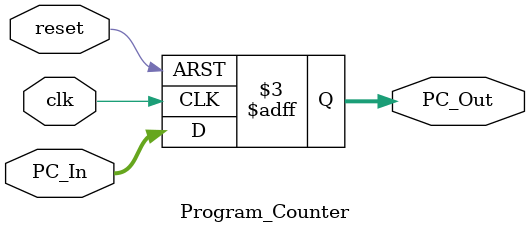
<source format=v>
`timescale 1ns / 1ps


module Program_Counter
(
	input clk,reset,
	input [63:0] PC_In,
	output reg [63:0] PC_Out
);

	initial 
	PC_Out=64'd0;

	always @ (posedge clk or posedge reset)
	begin
		if (reset)
			PC_Out=64'd0;
		else
			PC_Out=PC_In;
	end

endmodule
</source>
